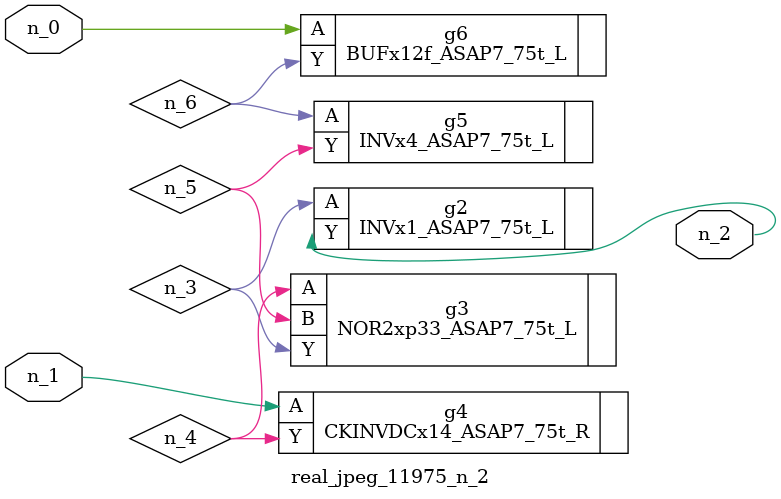
<source format=v>
module real_jpeg_11975_n_2 (n_1, n_0, n_2);

input n_1;
input n_0;

output n_2;

wire n_5;
wire n_4;
wire n_6;
wire n_3;

BUFx12f_ASAP7_75t_L g6 ( 
.A(n_0),
.Y(n_6)
);

CKINVDCx14_ASAP7_75t_R g4 ( 
.A(n_1),
.Y(n_4)
);

INVx1_ASAP7_75t_L g2 ( 
.A(n_3),
.Y(n_2)
);

NOR2xp33_ASAP7_75t_L g3 ( 
.A(n_4),
.B(n_5),
.Y(n_3)
);

INVx4_ASAP7_75t_L g5 ( 
.A(n_6),
.Y(n_5)
);


endmodule
</source>
